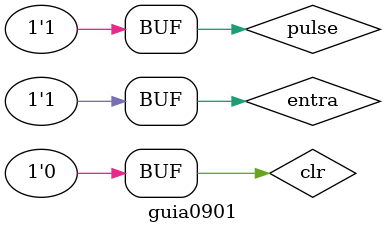
<source format=v>



`include "jkff.v"

module guia0901;

reg pulse, clr, entra;
wire a, b, c, d, e, f, g, h, i, j;

jkff jk5 (j, e, entra, entra, pulse, clr);
jkff jk4 (i, d, entra, entra, e, clr);
jkff jk3 (h, c, entra, entra, d, clr);
jkff jk2 (g, b, entra, entra, c, clr);
jkff jk1 (f, a, entra, entra, b, clr);

initial begin

$display ("guia0901");
$display ("teste - contador assincrono decrescente com 5 bits");
$display ("a , b,  c, d, e ");
$monitor ("%b , %b , %b, %b, %b", a, b, c, d, e );
#1 entra=1; pulse=1; clr=0;
#1 entra=1; pulse=0; clr=0;
#1 entra=1; pulse=1; clr=0;
#1 entra=1; pulse=0; clr=0;
#1 entra=1; pulse=1; clr=0;
#1 entra=1; pulse=0; clr=0;
#1 entra=1; pulse=1; clr=0;
#1 entra=1; pulse=0; clr=0;
#1 entra=1; pulse=1; clr=0;
end
endmodule


</source>
